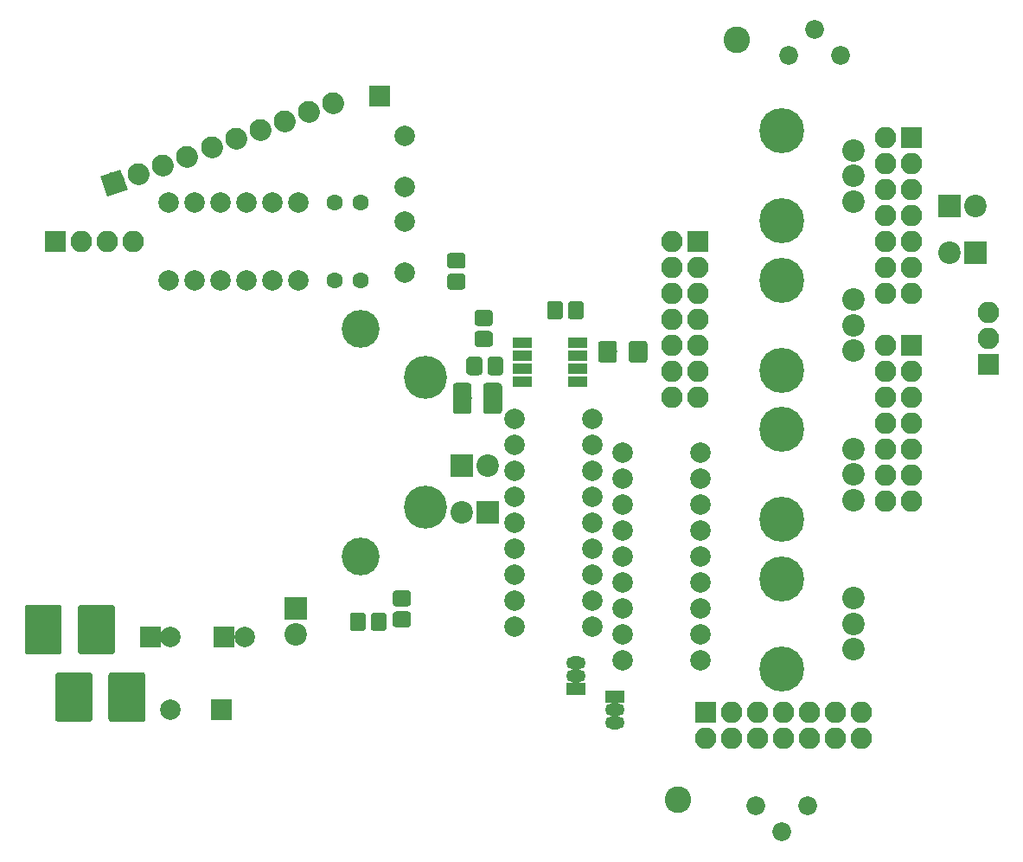
<source format=gbr>
G04 #@! TF.GenerationSoftware,KiCad,Pcbnew,(5.0.0)*
G04 #@! TF.CreationDate,2018-10-02T15:30:55-05:00*
G04 #@! TF.ProjectId,FinalDistCircuit,46696E616C4469737443697263756974,rev?*
G04 #@! TF.SameCoordinates,Original*
G04 #@! TF.FileFunction,Soldermask,Top*
G04 #@! TF.FilePolarity,Negative*
%FSLAX46Y46*%
G04 Gerber Fmt 4.6, Leading zero omitted, Abs format (unit mm)*
G04 Created by KiCad (PCBNEW (5.0.0)) date 10/02/18 15:30:55*
%MOMM*%
%LPD*%
G01*
G04 APERTURE LIST*
%ADD10C,4.400000*%
%ADD11C,2.200000*%
%ADD12R,2.000000X2.000000*%
%ADD13C,2.000000*%
%ADD14C,4.210000*%
%ADD15C,3.702000*%
%ADD16O,2.100000X2.100000*%
%ADD17R,2.100000X2.100000*%
%ADD18C,2.100000*%
%ADD19C,2.100000*%
%ADD20C,0.100000*%
%ADD21C,1.840000*%
%ADD22C,1.825000*%
%ADD23C,1.550000*%
%ADD24C,3.600000*%
%ADD25R,2.200000X2.200000*%
%ADD26O,1.900000X1.300000*%
%ADD27R,1.900000X1.300000*%
%ADD28C,1.600000*%
%ADD29R,1.950000X1.000000*%
%ADD30C,2.600000*%
G04 APERTURE END LIST*
D10*
G04 #@! TO.C,BASS*
X118730000Y-161930000D03*
X118730000Y-170730000D03*
D11*
X125730000Y-163830000D03*
X125730000Y-166330000D03*
X125730000Y-168830000D03*
G04 #@! TD*
D12*
G04 #@! TO.C,C10*
X63881000Y-174752000D03*
D13*
X58881000Y-174752000D03*
G04 #@! TD*
D14*
G04 #@! TO.C,9V1*
X83819999Y-154940000D03*
X83820000Y-142239999D03*
D15*
X77470000Y-137477500D03*
X77469999Y-159702500D03*
G04 #@! TD*
D16*
G04 #@! TO.C,Jack1*
X138938000Y-135890000D03*
X138938000Y-138430000D03*
D17*
X138938000Y-140970000D03*
G04 #@! TD*
D18*
G04 #@! TO.C,PickupInputs1*
X74821373Y-115371420D03*
D19*
X74821373Y-115371420D02*
X74821373Y-115371420D01*
D18*
X72434554Y-116240151D03*
D19*
X72434554Y-116240151D02*
X72434554Y-116240151D01*
D18*
X70047735Y-117108882D03*
D19*
X70047735Y-117108882D02*
X70047735Y-117108882D01*
D18*
X67660916Y-117977613D03*
D19*
X67660916Y-117977613D02*
X67660916Y-117977613D01*
D18*
X65274096Y-118846344D03*
D19*
X65274096Y-118846344D02*
X65274096Y-118846344D01*
D18*
X62887277Y-119715075D03*
D19*
X62887277Y-119715075D02*
X62887277Y-119715075D01*
D18*
X60500458Y-120583807D03*
D19*
X60500458Y-120583807D02*
X60500458Y-120583807D01*
D18*
X58113639Y-121452538D03*
D19*
X58113639Y-121452538D02*
X58113639Y-121452538D01*
D18*
X55726819Y-122321269D03*
D19*
X55726819Y-122321269D02*
X55726819Y-122321269D01*
D18*
X53340000Y-123190000D03*
D20*
G36*
X54685798Y-123817556D02*
X52712444Y-124535798D01*
X51994202Y-122562444D01*
X53967556Y-121844202D01*
X54685798Y-123817556D01*
X54685798Y-123817556D01*
G37*
G04 #@! TD*
D17*
G04 #@! TO.C,BridgeTonePot1*
X131445000Y-118745000D03*
D16*
X128905000Y-118745000D03*
X131445000Y-121285000D03*
X128905000Y-121285000D03*
X131445000Y-123825000D03*
X128905000Y-123825000D03*
X131445000Y-126365000D03*
X128905000Y-126365000D03*
X131445000Y-128905000D03*
X128905000Y-128905000D03*
X131445000Y-131445000D03*
X128905000Y-131445000D03*
X131445000Y-133985000D03*
X128905000Y-133985000D03*
G04 #@! TD*
G04 #@! TO.C,NeckTonePot1*
X128905000Y-154305000D03*
X131445000Y-154305000D03*
X128905000Y-151765000D03*
X131445000Y-151765000D03*
X128905000Y-149225000D03*
X131445000Y-149225000D03*
X128905000Y-146685000D03*
X131445000Y-146685000D03*
X128905000Y-144145000D03*
X131445000Y-144145000D03*
X128905000Y-141605000D03*
X131445000Y-141605000D03*
X128905000Y-139065000D03*
D17*
X131445000Y-139065000D03*
G04 #@! TD*
D13*
G04 #@! TO.C,6pdt2*
X110744000Y-169926000D03*
X103124000Y-169926000D03*
X110744000Y-167386000D03*
X103124000Y-167386000D03*
X110744000Y-164846000D03*
X103124000Y-164846000D03*
X110744000Y-162306000D03*
X103124000Y-162306000D03*
X110744000Y-159766000D03*
X103124000Y-159766000D03*
X110744000Y-157226000D03*
X103124000Y-157226000D03*
X110744000Y-154686000D03*
X103124000Y-154686000D03*
X110744000Y-152146000D03*
X103124000Y-152146000D03*
X110744000Y-149606000D03*
X103124000Y-149606000D03*
G04 #@! TD*
D21*
G04 #@! TO.C,TRANGAIN1*
X121285000Y-184150000D03*
X118745000Y-186690000D03*
X116205000Y-184150000D03*
G04 #@! TD*
D16*
G04 #@! TO.C,3WaySwitch1*
X55245000Y-128905000D03*
X52705000Y-128905000D03*
X50165000Y-128905000D03*
D17*
X47625000Y-128905000D03*
G04 #@! TD*
D13*
G04 #@! TO.C,4pdt1*
X58674000Y-132715000D03*
X61214000Y-132715000D03*
X63754000Y-132715000D03*
X66294000Y-132715000D03*
X68834000Y-132715000D03*
X71374000Y-132715000D03*
X71374000Y-125095000D03*
X68834000Y-125095000D03*
X66294000Y-125095000D03*
X63754000Y-125095000D03*
X61214000Y-125095000D03*
X58674000Y-125095000D03*
G04 #@! TD*
G04 #@! TO.C,6pdt1*
X92583000Y-146304000D03*
X100203000Y-146304000D03*
X92583000Y-148844000D03*
X100203000Y-148844000D03*
X92583000Y-151384000D03*
X100203000Y-151384000D03*
X92583000Y-153924000D03*
X100203000Y-153924000D03*
X92583000Y-156464000D03*
X100203000Y-156464000D03*
X92583000Y-159004000D03*
X100203000Y-159004000D03*
X92583000Y-161544000D03*
X100203000Y-161544000D03*
X92583000Y-164084000D03*
X100203000Y-164084000D03*
X92583000Y-166624000D03*
X100203000Y-166624000D03*
G04 #@! TD*
D16*
G04 #@! TO.C,BridgeVolPot1*
X107950000Y-144145000D03*
X110490000Y-144145000D03*
X107950000Y-141605000D03*
X110490000Y-141605000D03*
X107950000Y-139065000D03*
X110490000Y-139065000D03*
X107950000Y-136525000D03*
X110490000Y-136525000D03*
X107950000Y-133985000D03*
X110490000Y-133985000D03*
X107950000Y-131445000D03*
X110490000Y-131445000D03*
X107950000Y-128905000D03*
D17*
X110490000Y-128905000D03*
G04 #@! TD*
D20*
G04 #@! TO.C,C1*
G36*
X102296707Y-138626542D02*
X102327787Y-138631152D01*
X102358266Y-138638787D01*
X102387850Y-138649372D01*
X102416254Y-138662806D01*
X102443204Y-138678959D01*
X102468442Y-138697677D01*
X102491723Y-138718777D01*
X102512823Y-138742058D01*
X102531541Y-138767296D01*
X102547694Y-138794246D01*
X102561128Y-138822650D01*
X102571713Y-138852234D01*
X102579348Y-138882713D01*
X102583958Y-138913793D01*
X102585500Y-138945176D01*
X102585500Y-140454824D01*
X102583958Y-140486207D01*
X102579348Y-140517287D01*
X102571713Y-140547766D01*
X102561128Y-140577350D01*
X102547694Y-140605754D01*
X102531541Y-140632704D01*
X102512823Y-140657942D01*
X102491723Y-140681223D01*
X102468442Y-140702323D01*
X102443204Y-140721041D01*
X102416254Y-140737194D01*
X102387850Y-140750628D01*
X102358266Y-140761213D01*
X102327787Y-140768848D01*
X102296707Y-140773458D01*
X102265324Y-140775000D01*
X101080676Y-140775000D01*
X101049293Y-140773458D01*
X101018213Y-140768848D01*
X100987734Y-140761213D01*
X100958150Y-140750628D01*
X100929746Y-140737194D01*
X100902796Y-140721041D01*
X100877558Y-140702323D01*
X100854277Y-140681223D01*
X100833177Y-140657942D01*
X100814459Y-140632704D01*
X100798306Y-140605754D01*
X100784872Y-140577350D01*
X100774287Y-140547766D01*
X100766652Y-140517287D01*
X100762042Y-140486207D01*
X100760500Y-140454824D01*
X100760500Y-138945176D01*
X100762042Y-138913793D01*
X100766652Y-138882713D01*
X100774287Y-138852234D01*
X100784872Y-138822650D01*
X100798306Y-138794246D01*
X100814459Y-138767296D01*
X100833177Y-138742058D01*
X100854277Y-138718777D01*
X100877558Y-138697677D01*
X100902796Y-138678959D01*
X100929746Y-138662806D01*
X100958150Y-138649372D01*
X100987734Y-138638787D01*
X101018213Y-138631152D01*
X101049293Y-138626542D01*
X101080676Y-138625000D01*
X102265324Y-138625000D01*
X102296707Y-138626542D01*
X102296707Y-138626542D01*
G37*
D22*
X101673000Y-139700000D03*
D20*
G36*
X105271707Y-138626542D02*
X105302787Y-138631152D01*
X105333266Y-138638787D01*
X105362850Y-138649372D01*
X105391254Y-138662806D01*
X105418204Y-138678959D01*
X105443442Y-138697677D01*
X105466723Y-138718777D01*
X105487823Y-138742058D01*
X105506541Y-138767296D01*
X105522694Y-138794246D01*
X105536128Y-138822650D01*
X105546713Y-138852234D01*
X105554348Y-138882713D01*
X105558958Y-138913793D01*
X105560500Y-138945176D01*
X105560500Y-140454824D01*
X105558958Y-140486207D01*
X105554348Y-140517287D01*
X105546713Y-140547766D01*
X105536128Y-140577350D01*
X105522694Y-140605754D01*
X105506541Y-140632704D01*
X105487823Y-140657942D01*
X105466723Y-140681223D01*
X105443442Y-140702323D01*
X105418204Y-140721041D01*
X105391254Y-140737194D01*
X105362850Y-140750628D01*
X105333266Y-140761213D01*
X105302787Y-140768848D01*
X105271707Y-140773458D01*
X105240324Y-140775000D01*
X104055676Y-140775000D01*
X104024293Y-140773458D01*
X103993213Y-140768848D01*
X103962734Y-140761213D01*
X103933150Y-140750628D01*
X103904746Y-140737194D01*
X103877796Y-140721041D01*
X103852558Y-140702323D01*
X103829277Y-140681223D01*
X103808177Y-140657942D01*
X103789459Y-140632704D01*
X103773306Y-140605754D01*
X103759872Y-140577350D01*
X103749287Y-140547766D01*
X103741652Y-140517287D01*
X103737042Y-140486207D01*
X103735500Y-140454824D01*
X103735500Y-138945176D01*
X103737042Y-138913793D01*
X103741652Y-138882713D01*
X103749287Y-138852234D01*
X103759872Y-138822650D01*
X103773306Y-138794246D01*
X103789459Y-138767296D01*
X103808177Y-138742058D01*
X103829277Y-138718777D01*
X103852558Y-138697677D01*
X103877796Y-138678959D01*
X103904746Y-138662806D01*
X103933150Y-138649372D01*
X103962734Y-138638787D01*
X103993213Y-138631152D01*
X104024293Y-138626542D01*
X104055676Y-138625000D01*
X105240324Y-138625000D01*
X105271707Y-138626542D01*
X105271707Y-138626542D01*
G37*
D22*
X104648000Y-139700000D03*
G04 #@! TD*
D13*
G04 #@! TO.C,C2*
X81788000Y-118618000D03*
X81788000Y-123618000D03*
G04 #@! TD*
D20*
G04 #@! TO.C,C4*
G36*
X89099071Y-140198623D02*
X89131781Y-140203475D01*
X89163857Y-140211509D01*
X89194991Y-140222649D01*
X89224884Y-140236787D01*
X89253247Y-140253787D01*
X89279807Y-140273485D01*
X89304308Y-140295692D01*
X89326515Y-140320193D01*
X89346213Y-140346753D01*
X89363213Y-140375116D01*
X89377351Y-140405009D01*
X89388491Y-140436143D01*
X89396525Y-140468219D01*
X89401377Y-140500929D01*
X89403000Y-140533956D01*
X89403000Y-141660044D01*
X89401377Y-141693071D01*
X89396525Y-141725781D01*
X89388491Y-141757857D01*
X89377351Y-141788991D01*
X89363213Y-141818884D01*
X89346213Y-141847247D01*
X89326515Y-141873807D01*
X89304308Y-141898308D01*
X89279807Y-141920515D01*
X89253247Y-141940213D01*
X89224884Y-141957213D01*
X89194991Y-141971351D01*
X89163857Y-141982491D01*
X89131781Y-141990525D01*
X89099071Y-141995377D01*
X89066044Y-141997000D01*
X88189956Y-141997000D01*
X88156929Y-141995377D01*
X88124219Y-141990525D01*
X88092143Y-141982491D01*
X88061009Y-141971351D01*
X88031116Y-141957213D01*
X88002753Y-141940213D01*
X87976193Y-141920515D01*
X87951692Y-141898308D01*
X87929485Y-141873807D01*
X87909787Y-141847247D01*
X87892787Y-141818884D01*
X87878649Y-141788991D01*
X87867509Y-141757857D01*
X87859475Y-141725781D01*
X87854623Y-141693071D01*
X87853000Y-141660044D01*
X87853000Y-140533956D01*
X87854623Y-140500929D01*
X87859475Y-140468219D01*
X87867509Y-140436143D01*
X87878649Y-140405009D01*
X87892787Y-140375116D01*
X87909787Y-140346753D01*
X87929485Y-140320193D01*
X87951692Y-140295692D01*
X87976193Y-140273485D01*
X88002753Y-140253787D01*
X88031116Y-140236787D01*
X88061009Y-140222649D01*
X88092143Y-140211509D01*
X88124219Y-140203475D01*
X88156929Y-140198623D01*
X88189956Y-140197000D01*
X89066044Y-140197000D01*
X89099071Y-140198623D01*
X89099071Y-140198623D01*
G37*
D23*
X88628000Y-141097000D03*
D20*
G36*
X91149071Y-140198623D02*
X91181781Y-140203475D01*
X91213857Y-140211509D01*
X91244991Y-140222649D01*
X91274884Y-140236787D01*
X91303247Y-140253787D01*
X91329807Y-140273485D01*
X91354308Y-140295692D01*
X91376515Y-140320193D01*
X91396213Y-140346753D01*
X91413213Y-140375116D01*
X91427351Y-140405009D01*
X91438491Y-140436143D01*
X91446525Y-140468219D01*
X91451377Y-140500929D01*
X91453000Y-140533956D01*
X91453000Y-141660044D01*
X91451377Y-141693071D01*
X91446525Y-141725781D01*
X91438491Y-141757857D01*
X91427351Y-141788991D01*
X91413213Y-141818884D01*
X91396213Y-141847247D01*
X91376515Y-141873807D01*
X91354308Y-141898308D01*
X91329807Y-141920515D01*
X91303247Y-141940213D01*
X91274884Y-141957213D01*
X91244991Y-141971351D01*
X91213857Y-141982491D01*
X91181781Y-141990525D01*
X91149071Y-141995377D01*
X91116044Y-141997000D01*
X90239956Y-141997000D01*
X90206929Y-141995377D01*
X90174219Y-141990525D01*
X90142143Y-141982491D01*
X90111009Y-141971351D01*
X90081116Y-141957213D01*
X90052753Y-141940213D01*
X90026193Y-141920515D01*
X90001692Y-141898308D01*
X89979485Y-141873807D01*
X89959787Y-141847247D01*
X89942787Y-141818884D01*
X89928649Y-141788991D01*
X89917509Y-141757857D01*
X89909475Y-141725781D01*
X89904623Y-141693071D01*
X89903000Y-141660044D01*
X89903000Y-140533956D01*
X89904623Y-140500929D01*
X89909475Y-140468219D01*
X89917509Y-140436143D01*
X89928649Y-140405009D01*
X89942787Y-140375116D01*
X89959787Y-140346753D01*
X89979485Y-140320193D01*
X90001692Y-140295692D01*
X90026193Y-140273485D01*
X90052753Y-140253787D01*
X90081116Y-140236787D01*
X90111009Y-140222649D01*
X90142143Y-140211509D01*
X90174219Y-140203475D01*
X90206929Y-140198623D01*
X90239956Y-140197000D01*
X91116044Y-140197000D01*
X91149071Y-140198623D01*
X91149071Y-140198623D01*
G37*
D23*
X90678000Y-141097000D03*
G04 #@! TD*
D20*
G04 #@! TO.C,C5*
G36*
X91047707Y-142748542D02*
X91078787Y-142753152D01*
X91109266Y-142760787D01*
X91138850Y-142771372D01*
X91167254Y-142784806D01*
X91194204Y-142800959D01*
X91219442Y-142819677D01*
X91242723Y-142840777D01*
X91263823Y-142864058D01*
X91282541Y-142889296D01*
X91298694Y-142916246D01*
X91312128Y-142944650D01*
X91322713Y-142974234D01*
X91330348Y-143004713D01*
X91334958Y-143035793D01*
X91336500Y-143067176D01*
X91336500Y-145476824D01*
X91334958Y-145508207D01*
X91330348Y-145539287D01*
X91322713Y-145569766D01*
X91312128Y-145599350D01*
X91298694Y-145627754D01*
X91282541Y-145654704D01*
X91263823Y-145679942D01*
X91242723Y-145703223D01*
X91219442Y-145724323D01*
X91194204Y-145743041D01*
X91167254Y-145759194D01*
X91138850Y-145772628D01*
X91109266Y-145783213D01*
X91078787Y-145790848D01*
X91047707Y-145795458D01*
X91016324Y-145797000D01*
X89831676Y-145797000D01*
X89800293Y-145795458D01*
X89769213Y-145790848D01*
X89738734Y-145783213D01*
X89709150Y-145772628D01*
X89680746Y-145759194D01*
X89653796Y-145743041D01*
X89628558Y-145724323D01*
X89605277Y-145703223D01*
X89584177Y-145679942D01*
X89565459Y-145654704D01*
X89549306Y-145627754D01*
X89535872Y-145599350D01*
X89525287Y-145569766D01*
X89517652Y-145539287D01*
X89513042Y-145508207D01*
X89511500Y-145476824D01*
X89511500Y-143067176D01*
X89513042Y-143035793D01*
X89517652Y-143004713D01*
X89525287Y-142974234D01*
X89535872Y-142944650D01*
X89549306Y-142916246D01*
X89565459Y-142889296D01*
X89584177Y-142864058D01*
X89605277Y-142840777D01*
X89628558Y-142819677D01*
X89653796Y-142800959D01*
X89680746Y-142784806D01*
X89709150Y-142771372D01*
X89738734Y-142760787D01*
X89769213Y-142753152D01*
X89800293Y-142748542D01*
X89831676Y-142747000D01*
X91016324Y-142747000D01*
X91047707Y-142748542D01*
X91047707Y-142748542D01*
G37*
D22*
X90424000Y-144272000D03*
D20*
G36*
X88072707Y-142748542D02*
X88103787Y-142753152D01*
X88134266Y-142760787D01*
X88163850Y-142771372D01*
X88192254Y-142784806D01*
X88219204Y-142800959D01*
X88244442Y-142819677D01*
X88267723Y-142840777D01*
X88288823Y-142864058D01*
X88307541Y-142889296D01*
X88323694Y-142916246D01*
X88337128Y-142944650D01*
X88347713Y-142974234D01*
X88355348Y-143004713D01*
X88359958Y-143035793D01*
X88361500Y-143067176D01*
X88361500Y-145476824D01*
X88359958Y-145508207D01*
X88355348Y-145539287D01*
X88347713Y-145569766D01*
X88337128Y-145599350D01*
X88323694Y-145627754D01*
X88307541Y-145654704D01*
X88288823Y-145679942D01*
X88267723Y-145703223D01*
X88244442Y-145724323D01*
X88219204Y-145743041D01*
X88192254Y-145759194D01*
X88163850Y-145772628D01*
X88134266Y-145783213D01*
X88103787Y-145790848D01*
X88072707Y-145795458D01*
X88041324Y-145797000D01*
X86856676Y-145797000D01*
X86825293Y-145795458D01*
X86794213Y-145790848D01*
X86763734Y-145783213D01*
X86734150Y-145772628D01*
X86705746Y-145759194D01*
X86678796Y-145743041D01*
X86653558Y-145724323D01*
X86630277Y-145703223D01*
X86609177Y-145679942D01*
X86590459Y-145654704D01*
X86574306Y-145627754D01*
X86560872Y-145599350D01*
X86550287Y-145569766D01*
X86542652Y-145539287D01*
X86538042Y-145508207D01*
X86536500Y-145476824D01*
X86536500Y-143067176D01*
X86538042Y-143035793D01*
X86542652Y-143004713D01*
X86550287Y-142974234D01*
X86560872Y-142944650D01*
X86574306Y-142916246D01*
X86590459Y-142889296D01*
X86609177Y-142864058D01*
X86630277Y-142840777D01*
X86653558Y-142819677D01*
X86678796Y-142800959D01*
X86705746Y-142784806D01*
X86734150Y-142771372D01*
X86763734Y-142760787D01*
X86794213Y-142753152D01*
X86825293Y-142748542D01*
X86856676Y-142747000D01*
X88041324Y-142747000D01*
X88072707Y-142748542D01*
X88072707Y-142748542D01*
G37*
D22*
X87449000Y-144272000D03*
G04 #@! TD*
D13*
G04 #@! TO.C,C6*
X81788000Y-132000000D03*
X81788000Y-127000000D03*
G04 #@! TD*
D12*
G04 #@! TO.C,C14*
X64135000Y-167640000D03*
D13*
X66135000Y-167640000D03*
G04 #@! TD*
D20*
G04 #@! TO.C,C18*
G36*
X47968317Y-164454354D02*
X47995619Y-164458404D01*
X48022393Y-164465111D01*
X48048380Y-164474409D01*
X48073330Y-164486210D01*
X48097004Y-164500399D01*
X48119173Y-164516841D01*
X48139624Y-164535376D01*
X48158159Y-164555827D01*
X48174601Y-164577996D01*
X48188790Y-164601670D01*
X48200591Y-164626620D01*
X48209889Y-164652607D01*
X48216596Y-164679381D01*
X48220646Y-164706683D01*
X48222000Y-164734250D01*
X48222000Y-169021750D01*
X48220646Y-169049317D01*
X48216596Y-169076619D01*
X48209889Y-169103393D01*
X48200591Y-169129380D01*
X48188790Y-169154330D01*
X48174601Y-169178004D01*
X48158159Y-169200173D01*
X48139624Y-169220624D01*
X48119173Y-169239159D01*
X48097004Y-169255601D01*
X48073330Y-169269790D01*
X48048380Y-169281591D01*
X48022393Y-169290889D01*
X47995619Y-169297596D01*
X47968317Y-169301646D01*
X47940750Y-169303000D01*
X44903250Y-169303000D01*
X44875683Y-169301646D01*
X44848381Y-169297596D01*
X44821607Y-169290889D01*
X44795620Y-169281591D01*
X44770670Y-169269790D01*
X44746996Y-169255601D01*
X44724827Y-169239159D01*
X44704376Y-169220624D01*
X44685841Y-169200173D01*
X44669399Y-169178004D01*
X44655210Y-169154330D01*
X44643409Y-169129380D01*
X44634111Y-169103393D01*
X44627404Y-169076619D01*
X44623354Y-169049317D01*
X44622000Y-169021750D01*
X44622000Y-164734250D01*
X44623354Y-164706683D01*
X44627404Y-164679381D01*
X44634111Y-164652607D01*
X44643409Y-164626620D01*
X44655210Y-164601670D01*
X44669399Y-164577996D01*
X44685841Y-164555827D01*
X44704376Y-164535376D01*
X44724827Y-164516841D01*
X44746996Y-164500399D01*
X44770670Y-164486210D01*
X44795620Y-164474409D01*
X44821607Y-164465111D01*
X44848381Y-164458404D01*
X44875683Y-164454354D01*
X44903250Y-164453000D01*
X47940750Y-164453000D01*
X47968317Y-164454354D01*
X47968317Y-164454354D01*
G37*
D24*
X46422000Y-166878000D03*
D20*
G36*
X53168317Y-164454354D02*
X53195619Y-164458404D01*
X53222393Y-164465111D01*
X53248380Y-164474409D01*
X53273330Y-164486210D01*
X53297004Y-164500399D01*
X53319173Y-164516841D01*
X53339624Y-164535376D01*
X53358159Y-164555827D01*
X53374601Y-164577996D01*
X53388790Y-164601670D01*
X53400591Y-164626620D01*
X53409889Y-164652607D01*
X53416596Y-164679381D01*
X53420646Y-164706683D01*
X53422000Y-164734250D01*
X53422000Y-169021750D01*
X53420646Y-169049317D01*
X53416596Y-169076619D01*
X53409889Y-169103393D01*
X53400591Y-169129380D01*
X53388790Y-169154330D01*
X53374601Y-169178004D01*
X53358159Y-169200173D01*
X53339624Y-169220624D01*
X53319173Y-169239159D01*
X53297004Y-169255601D01*
X53273330Y-169269790D01*
X53248380Y-169281591D01*
X53222393Y-169290889D01*
X53195619Y-169297596D01*
X53168317Y-169301646D01*
X53140750Y-169303000D01*
X50103250Y-169303000D01*
X50075683Y-169301646D01*
X50048381Y-169297596D01*
X50021607Y-169290889D01*
X49995620Y-169281591D01*
X49970670Y-169269790D01*
X49946996Y-169255601D01*
X49924827Y-169239159D01*
X49904376Y-169220624D01*
X49885841Y-169200173D01*
X49869399Y-169178004D01*
X49855210Y-169154330D01*
X49843409Y-169129380D01*
X49834111Y-169103393D01*
X49827404Y-169076619D01*
X49823354Y-169049317D01*
X49822000Y-169021750D01*
X49822000Y-164734250D01*
X49823354Y-164706683D01*
X49827404Y-164679381D01*
X49834111Y-164652607D01*
X49843409Y-164626620D01*
X49855210Y-164601670D01*
X49869399Y-164577996D01*
X49885841Y-164555827D01*
X49904376Y-164535376D01*
X49924827Y-164516841D01*
X49946996Y-164500399D01*
X49970670Y-164486210D01*
X49995620Y-164474409D01*
X50021607Y-164465111D01*
X50048381Y-164458404D01*
X50075683Y-164454354D01*
X50103250Y-164453000D01*
X53140750Y-164453000D01*
X53168317Y-164454354D01*
X53168317Y-164454354D01*
G37*
D24*
X51622000Y-166878000D03*
G04 #@! TD*
D13*
G04 #@! TO.C,C19*
X58896000Y-167640000D03*
D12*
X56896000Y-167640000D03*
G04 #@! TD*
D20*
G04 #@! TO.C,C22*
G36*
X82130071Y-163056623D02*
X82162781Y-163061475D01*
X82194857Y-163069509D01*
X82225991Y-163080649D01*
X82255884Y-163094787D01*
X82284247Y-163111787D01*
X82310807Y-163131485D01*
X82335308Y-163153692D01*
X82357515Y-163178193D01*
X82377213Y-163204753D01*
X82394213Y-163233116D01*
X82408351Y-163263009D01*
X82419491Y-163294143D01*
X82427525Y-163326219D01*
X82432377Y-163358929D01*
X82434000Y-163391956D01*
X82434000Y-164268044D01*
X82432377Y-164301071D01*
X82427525Y-164333781D01*
X82419491Y-164365857D01*
X82408351Y-164396991D01*
X82394213Y-164426884D01*
X82377213Y-164455247D01*
X82357515Y-164481807D01*
X82335308Y-164506308D01*
X82310807Y-164528515D01*
X82284247Y-164548213D01*
X82255884Y-164565213D01*
X82225991Y-164579351D01*
X82194857Y-164590491D01*
X82162781Y-164598525D01*
X82130071Y-164603377D01*
X82097044Y-164605000D01*
X80970956Y-164605000D01*
X80937929Y-164603377D01*
X80905219Y-164598525D01*
X80873143Y-164590491D01*
X80842009Y-164579351D01*
X80812116Y-164565213D01*
X80783753Y-164548213D01*
X80757193Y-164528515D01*
X80732692Y-164506308D01*
X80710485Y-164481807D01*
X80690787Y-164455247D01*
X80673787Y-164426884D01*
X80659649Y-164396991D01*
X80648509Y-164365857D01*
X80640475Y-164333781D01*
X80635623Y-164301071D01*
X80634000Y-164268044D01*
X80634000Y-163391956D01*
X80635623Y-163358929D01*
X80640475Y-163326219D01*
X80648509Y-163294143D01*
X80659649Y-163263009D01*
X80673787Y-163233116D01*
X80690787Y-163204753D01*
X80710485Y-163178193D01*
X80732692Y-163153692D01*
X80757193Y-163131485D01*
X80783753Y-163111787D01*
X80812116Y-163094787D01*
X80842009Y-163080649D01*
X80873143Y-163069509D01*
X80905219Y-163061475D01*
X80937929Y-163056623D01*
X80970956Y-163055000D01*
X82097044Y-163055000D01*
X82130071Y-163056623D01*
X82130071Y-163056623D01*
G37*
D23*
X81534000Y-163830000D03*
D20*
G36*
X82130071Y-165106623D02*
X82162781Y-165111475D01*
X82194857Y-165119509D01*
X82225991Y-165130649D01*
X82255884Y-165144787D01*
X82284247Y-165161787D01*
X82310807Y-165181485D01*
X82335308Y-165203692D01*
X82357515Y-165228193D01*
X82377213Y-165254753D01*
X82394213Y-165283116D01*
X82408351Y-165313009D01*
X82419491Y-165344143D01*
X82427525Y-165376219D01*
X82432377Y-165408929D01*
X82434000Y-165441956D01*
X82434000Y-166318044D01*
X82432377Y-166351071D01*
X82427525Y-166383781D01*
X82419491Y-166415857D01*
X82408351Y-166446991D01*
X82394213Y-166476884D01*
X82377213Y-166505247D01*
X82357515Y-166531807D01*
X82335308Y-166556308D01*
X82310807Y-166578515D01*
X82284247Y-166598213D01*
X82255884Y-166615213D01*
X82225991Y-166629351D01*
X82194857Y-166640491D01*
X82162781Y-166648525D01*
X82130071Y-166653377D01*
X82097044Y-166655000D01*
X80970956Y-166655000D01*
X80937929Y-166653377D01*
X80905219Y-166648525D01*
X80873143Y-166640491D01*
X80842009Y-166629351D01*
X80812116Y-166615213D01*
X80783753Y-166598213D01*
X80757193Y-166578515D01*
X80732692Y-166556308D01*
X80710485Y-166531807D01*
X80690787Y-166505247D01*
X80673787Y-166476884D01*
X80659649Y-166446991D01*
X80648509Y-166415857D01*
X80640475Y-166383781D01*
X80635623Y-166351071D01*
X80634000Y-166318044D01*
X80634000Y-165441956D01*
X80635623Y-165408929D01*
X80640475Y-165376219D01*
X80648509Y-165344143D01*
X80659649Y-165313009D01*
X80673787Y-165283116D01*
X80690787Y-165254753D01*
X80710485Y-165228193D01*
X80732692Y-165203692D01*
X80757193Y-165181485D01*
X80783753Y-165161787D01*
X80812116Y-165144787D01*
X80842009Y-165130649D01*
X80873143Y-165119509D01*
X80905219Y-165111475D01*
X80937929Y-165106623D01*
X80970956Y-165105000D01*
X82097044Y-165105000D01*
X82130071Y-165106623D01*
X82130071Y-165106623D01*
G37*
D23*
X81534000Y-165880000D03*
G04 #@! TD*
D20*
G04 #@! TO.C,C23*
G36*
X56156317Y-171058354D02*
X56183619Y-171062404D01*
X56210393Y-171069111D01*
X56236380Y-171078409D01*
X56261330Y-171090210D01*
X56285004Y-171104399D01*
X56307173Y-171120841D01*
X56327624Y-171139376D01*
X56346159Y-171159827D01*
X56362601Y-171181996D01*
X56376790Y-171205670D01*
X56388591Y-171230620D01*
X56397889Y-171256607D01*
X56404596Y-171283381D01*
X56408646Y-171310683D01*
X56410000Y-171338250D01*
X56410000Y-175625750D01*
X56408646Y-175653317D01*
X56404596Y-175680619D01*
X56397889Y-175707393D01*
X56388591Y-175733380D01*
X56376790Y-175758330D01*
X56362601Y-175782004D01*
X56346159Y-175804173D01*
X56327624Y-175824624D01*
X56307173Y-175843159D01*
X56285004Y-175859601D01*
X56261330Y-175873790D01*
X56236380Y-175885591D01*
X56210393Y-175894889D01*
X56183619Y-175901596D01*
X56156317Y-175905646D01*
X56128750Y-175907000D01*
X53091250Y-175907000D01*
X53063683Y-175905646D01*
X53036381Y-175901596D01*
X53009607Y-175894889D01*
X52983620Y-175885591D01*
X52958670Y-175873790D01*
X52934996Y-175859601D01*
X52912827Y-175843159D01*
X52892376Y-175824624D01*
X52873841Y-175804173D01*
X52857399Y-175782004D01*
X52843210Y-175758330D01*
X52831409Y-175733380D01*
X52822111Y-175707393D01*
X52815404Y-175680619D01*
X52811354Y-175653317D01*
X52810000Y-175625750D01*
X52810000Y-171338250D01*
X52811354Y-171310683D01*
X52815404Y-171283381D01*
X52822111Y-171256607D01*
X52831409Y-171230620D01*
X52843210Y-171205670D01*
X52857399Y-171181996D01*
X52873841Y-171159827D01*
X52892376Y-171139376D01*
X52912827Y-171120841D01*
X52934996Y-171104399D01*
X52958670Y-171090210D01*
X52983620Y-171078409D01*
X53009607Y-171069111D01*
X53036381Y-171062404D01*
X53063683Y-171058354D01*
X53091250Y-171057000D01*
X56128750Y-171057000D01*
X56156317Y-171058354D01*
X56156317Y-171058354D01*
G37*
D24*
X54610000Y-173482000D03*
D20*
G36*
X50956317Y-171058354D02*
X50983619Y-171062404D01*
X51010393Y-171069111D01*
X51036380Y-171078409D01*
X51061330Y-171090210D01*
X51085004Y-171104399D01*
X51107173Y-171120841D01*
X51127624Y-171139376D01*
X51146159Y-171159827D01*
X51162601Y-171181996D01*
X51176790Y-171205670D01*
X51188591Y-171230620D01*
X51197889Y-171256607D01*
X51204596Y-171283381D01*
X51208646Y-171310683D01*
X51210000Y-171338250D01*
X51210000Y-175625750D01*
X51208646Y-175653317D01*
X51204596Y-175680619D01*
X51197889Y-175707393D01*
X51188591Y-175733380D01*
X51176790Y-175758330D01*
X51162601Y-175782004D01*
X51146159Y-175804173D01*
X51127624Y-175824624D01*
X51107173Y-175843159D01*
X51085004Y-175859601D01*
X51061330Y-175873790D01*
X51036380Y-175885591D01*
X51010393Y-175894889D01*
X50983619Y-175901596D01*
X50956317Y-175905646D01*
X50928750Y-175907000D01*
X47891250Y-175907000D01*
X47863683Y-175905646D01*
X47836381Y-175901596D01*
X47809607Y-175894889D01*
X47783620Y-175885591D01*
X47758670Y-175873790D01*
X47734996Y-175859601D01*
X47712827Y-175843159D01*
X47692376Y-175824624D01*
X47673841Y-175804173D01*
X47657399Y-175782004D01*
X47643210Y-175758330D01*
X47631409Y-175733380D01*
X47622111Y-175707393D01*
X47615404Y-175680619D01*
X47611354Y-175653317D01*
X47610000Y-175625750D01*
X47610000Y-171338250D01*
X47611354Y-171310683D01*
X47615404Y-171283381D01*
X47622111Y-171256607D01*
X47631409Y-171230620D01*
X47643210Y-171205670D01*
X47657399Y-171181996D01*
X47673841Y-171159827D01*
X47692376Y-171139376D01*
X47712827Y-171120841D01*
X47734996Y-171104399D01*
X47758670Y-171090210D01*
X47783620Y-171078409D01*
X47809607Y-171069111D01*
X47836381Y-171062404D01*
X47863683Y-171058354D01*
X47891250Y-171057000D01*
X50928750Y-171057000D01*
X50956317Y-171058354D01*
X50956317Y-171058354D01*
G37*
D24*
X49410000Y-173482000D03*
G04 #@! TD*
D25*
G04 #@! TO.C,D1*
X87376000Y-150876000D03*
D11*
X89916000Y-150876000D03*
G04 #@! TD*
G04 #@! TO.C,D2*
X87376000Y-155448000D03*
D25*
X89916000Y-155448000D03*
G04 #@! TD*
G04 #@! TO.C,D3*
X71120000Y-164846000D03*
D11*
X71120000Y-167386000D03*
G04 #@! TD*
D25*
G04 #@! TO.C,D4*
X135128000Y-125476000D03*
D11*
X137668000Y-125476000D03*
G04 #@! TD*
G04 #@! TO.C,D5*
X135128000Y-130048000D03*
D25*
X137668000Y-130048000D03*
G04 #@! TD*
D17*
G04 #@! TO.C,GROUNDBRIDGE1*
X79375000Y-114681000D03*
G04 #@! TD*
G04 #@! TO.C,NeckVolumePot1*
X111252000Y-175006000D03*
D16*
X111252000Y-177546000D03*
X113792000Y-175006000D03*
X113792000Y-177546000D03*
X116332000Y-175006000D03*
X116332000Y-177546000D03*
X118872000Y-175006000D03*
X118872000Y-177546000D03*
X121412000Y-175006000D03*
X121412000Y-177546000D03*
X123952000Y-175006000D03*
X123952000Y-177546000D03*
X126492000Y-175006000D03*
X126492000Y-177546000D03*
G04 #@! TD*
D26*
G04 #@! TO.C,Q1*
X98552000Y-171450000D03*
X98552000Y-170180000D03*
D27*
X98552000Y-172720000D03*
G04 #@! TD*
G04 #@! TO.C,Q2*
X102362000Y-173482000D03*
D26*
X102362000Y-176022000D03*
X102362000Y-174752000D03*
G04 #@! TD*
D20*
G04 #@! TO.C,R3*
G36*
X99041071Y-134737623D02*
X99073781Y-134742475D01*
X99105857Y-134750509D01*
X99136991Y-134761649D01*
X99166884Y-134775787D01*
X99195247Y-134792787D01*
X99221807Y-134812485D01*
X99246308Y-134834692D01*
X99268515Y-134859193D01*
X99288213Y-134885753D01*
X99305213Y-134914116D01*
X99319351Y-134944009D01*
X99330491Y-134975143D01*
X99338525Y-135007219D01*
X99343377Y-135039929D01*
X99345000Y-135072956D01*
X99345000Y-136199044D01*
X99343377Y-136232071D01*
X99338525Y-136264781D01*
X99330491Y-136296857D01*
X99319351Y-136327991D01*
X99305213Y-136357884D01*
X99288213Y-136386247D01*
X99268515Y-136412807D01*
X99246308Y-136437308D01*
X99221807Y-136459515D01*
X99195247Y-136479213D01*
X99166884Y-136496213D01*
X99136991Y-136510351D01*
X99105857Y-136521491D01*
X99073781Y-136529525D01*
X99041071Y-136534377D01*
X99008044Y-136536000D01*
X98131956Y-136536000D01*
X98098929Y-136534377D01*
X98066219Y-136529525D01*
X98034143Y-136521491D01*
X98003009Y-136510351D01*
X97973116Y-136496213D01*
X97944753Y-136479213D01*
X97918193Y-136459515D01*
X97893692Y-136437308D01*
X97871485Y-136412807D01*
X97851787Y-136386247D01*
X97834787Y-136357884D01*
X97820649Y-136327991D01*
X97809509Y-136296857D01*
X97801475Y-136264781D01*
X97796623Y-136232071D01*
X97795000Y-136199044D01*
X97795000Y-135072956D01*
X97796623Y-135039929D01*
X97801475Y-135007219D01*
X97809509Y-134975143D01*
X97820649Y-134944009D01*
X97834787Y-134914116D01*
X97851787Y-134885753D01*
X97871485Y-134859193D01*
X97893692Y-134834692D01*
X97918193Y-134812485D01*
X97944753Y-134792787D01*
X97973116Y-134775787D01*
X98003009Y-134761649D01*
X98034143Y-134750509D01*
X98066219Y-134742475D01*
X98098929Y-134737623D01*
X98131956Y-134736000D01*
X99008044Y-134736000D01*
X99041071Y-134737623D01*
X99041071Y-134737623D01*
G37*
D23*
X98570000Y-135636000D03*
D20*
G36*
X96991071Y-134737623D02*
X97023781Y-134742475D01*
X97055857Y-134750509D01*
X97086991Y-134761649D01*
X97116884Y-134775787D01*
X97145247Y-134792787D01*
X97171807Y-134812485D01*
X97196308Y-134834692D01*
X97218515Y-134859193D01*
X97238213Y-134885753D01*
X97255213Y-134914116D01*
X97269351Y-134944009D01*
X97280491Y-134975143D01*
X97288525Y-135007219D01*
X97293377Y-135039929D01*
X97295000Y-135072956D01*
X97295000Y-136199044D01*
X97293377Y-136232071D01*
X97288525Y-136264781D01*
X97280491Y-136296857D01*
X97269351Y-136327991D01*
X97255213Y-136357884D01*
X97238213Y-136386247D01*
X97218515Y-136412807D01*
X97196308Y-136437308D01*
X97171807Y-136459515D01*
X97145247Y-136479213D01*
X97116884Y-136496213D01*
X97086991Y-136510351D01*
X97055857Y-136521491D01*
X97023781Y-136529525D01*
X96991071Y-136534377D01*
X96958044Y-136536000D01*
X96081956Y-136536000D01*
X96048929Y-136534377D01*
X96016219Y-136529525D01*
X95984143Y-136521491D01*
X95953009Y-136510351D01*
X95923116Y-136496213D01*
X95894753Y-136479213D01*
X95868193Y-136459515D01*
X95843692Y-136437308D01*
X95821485Y-136412807D01*
X95801787Y-136386247D01*
X95784787Y-136357884D01*
X95770649Y-136327991D01*
X95759509Y-136296857D01*
X95751475Y-136264781D01*
X95746623Y-136232071D01*
X95745000Y-136199044D01*
X95745000Y-135072956D01*
X95746623Y-135039929D01*
X95751475Y-135007219D01*
X95759509Y-134975143D01*
X95770649Y-134944009D01*
X95784787Y-134914116D01*
X95801787Y-134885753D01*
X95821485Y-134859193D01*
X95843692Y-134834692D01*
X95868193Y-134812485D01*
X95894753Y-134792787D01*
X95923116Y-134775787D01*
X95953009Y-134761649D01*
X95984143Y-134750509D01*
X96016219Y-134742475D01*
X96048929Y-134737623D01*
X96081956Y-134736000D01*
X96958044Y-134736000D01*
X96991071Y-134737623D01*
X96991071Y-134737623D01*
G37*
D23*
X96520000Y-135636000D03*
G04 #@! TD*
D20*
G04 #@! TO.C,R7*
G36*
X90131071Y-137674623D02*
X90163781Y-137679475D01*
X90195857Y-137687509D01*
X90226991Y-137698649D01*
X90256884Y-137712787D01*
X90285247Y-137729787D01*
X90311807Y-137749485D01*
X90336308Y-137771692D01*
X90358515Y-137796193D01*
X90378213Y-137822753D01*
X90395213Y-137851116D01*
X90409351Y-137881009D01*
X90420491Y-137912143D01*
X90428525Y-137944219D01*
X90433377Y-137976929D01*
X90435000Y-138009956D01*
X90435000Y-138886044D01*
X90433377Y-138919071D01*
X90428525Y-138951781D01*
X90420491Y-138983857D01*
X90409351Y-139014991D01*
X90395213Y-139044884D01*
X90378213Y-139073247D01*
X90358515Y-139099807D01*
X90336308Y-139124308D01*
X90311807Y-139146515D01*
X90285247Y-139166213D01*
X90256884Y-139183213D01*
X90226991Y-139197351D01*
X90195857Y-139208491D01*
X90163781Y-139216525D01*
X90131071Y-139221377D01*
X90098044Y-139223000D01*
X88971956Y-139223000D01*
X88938929Y-139221377D01*
X88906219Y-139216525D01*
X88874143Y-139208491D01*
X88843009Y-139197351D01*
X88813116Y-139183213D01*
X88784753Y-139166213D01*
X88758193Y-139146515D01*
X88733692Y-139124308D01*
X88711485Y-139099807D01*
X88691787Y-139073247D01*
X88674787Y-139044884D01*
X88660649Y-139014991D01*
X88649509Y-138983857D01*
X88641475Y-138951781D01*
X88636623Y-138919071D01*
X88635000Y-138886044D01*
X88635000Y-138009956D01*
X88636623Y-137976929D01*
X88641475Y-137944219D01*
X88649509Y-137912143D01*
X88660649Y-137881009D01*
X88674787Y-137851116D01*
X88691787Y-137822753D01*
X88711485Y-137796193D01*
X88733692Y-137771692D01*
X88758193Y-137749485D01*
X88784753Y-137729787D01*
X88813116Y-137712787D01*
X88843009Y-137698649D01*
X88874143Y-137687509D01*
X88906219Y-137679475D01*
X88938929Y-137674623D01*
X88971956Y-137673000D01*
X90098044Y-137673000D01*
X90131071Y-137674623D01*
X90131071Y-137674623D01*
G37*
D23*
X89535000Y-138448000D03*
D20*
G36*
X90131071Y-135624623D02*
X90163781Y-135629475D01*
X90195857Y-135637509D01*
X90226991Y-135648649D01*
X90256884Y-135662787D01*
X90285247Y-135679787D01*
X90311807Y-135699485D01*
X90336308Y-135721692D01*
X90358515Y-135746193D01*
X90378213Y-135772753D01*
X90395213Y-135801116D01*
X90409351Y-135831009D01*
X90420491Y-135862143D01*
X90428525Y-135894219D01*
X90433377Y-135926929D01*
X90435000Y-135959956D01*
X90435000Y-136836044D01*
X90433377Y-136869071D01*
X90428525Y-136901781D01*
X90420491Y-136933857D01*
X90409351Y-136964991D01*
X90395213Y-136994884D01*
X90378213Y-137023247D01*
X90358515Y-137049807D01*
X90336308Y-137074308D01*
X90311807Y-137096515D01*
X90285247Y-137116213D01*
X90256884Y-137133213D01*
X90226991Y-137147351D01*
X90195857Y-137158491D01*
X90163781Y-137166525D01*
X90131071Y-137171377D01*
X90098044Y-137173000D01*
X88971956Y-137173000D01*
X88938929Y-137171377D01*
X88906219Y-137166525D01*
X88874143Y-137158491D01*
X88843009Y-137147351D01*
X88813116Y-137133213D01*
X88784753Y-137116213D01*
X88758193Y-137096515D01*
X88733692Y-137074308D01*
X88711485Y-137049807D01*
X88691787Y-137023247D01*
X88674787Y-136994884D01*
X88660649Y-136964991D01*
X88649509Y-136933857D01*
X88641475Y-136901781D01*
X88636623Y-136869071D01*
X88635000Y-136836044D01*
X88635000Y-135959956D01*
X88636623Y-135926929D01*
X88641475Y-135894219D01*
X88649509Y-135862143D01*
X88660649Y-135831009D01*
X88674787Y-135801116D01*
X88691787Y-135772753D01*
X88711485Y-135746193D01*
X88733692Y-135721692D01*
X88758193Y-135699485D01*
X88784753Y-135679787D01*
X88813116Y-135662787D01*
X88843009Y-135648649D01*
X88874143Y-135637509D01*
X88906219Y-135629475D01*
X88938929Y-135624623D01*
X88971956Y-135623000D01*
X90098044Y-135623000D01*
X90131071Y-135624623D01*
X90131071Y-135624623D01*
G37*
D23*
X89535000Y-136398000D03*
G04 #@! TD*
D20*
G04 #@! TO.C,R9*
G36*
X87464071Y-130018623D02*
X87496781Y-130023475D01*
X87528857Y-130031509D01*
X87559991Y-130042649D01*
X87589884Y-130056787D01*
X87618247Y-130073787D01*
X87644807Y-130093485D01*
X87669308Y-130115692D01*
X87691515Y-130140193D01*
X87711213Y-130166753D01*
X87728213Y-130195116D01*
X87742351Y-130225009D01*
X87753491Y-130256143D01*
X87761525Y-130288219D01*
X87766377Y-130320929D01*
X87768000Y-130353956D01*
X87768000Y-131230044D01*
X87766377Y-131263071D01*
X87761525Y-131295781D01*
X87753491Y-131327857D01*
X87742351Y-131358991D01*
X87728213Y-131388884D01*
X87711213Y-131417247D01*
X87691515Y-131443807D01*
X87669308Y-131468308D01*
X87644807Y-131490515D01*
X87618247Y-131510213D01*
X87589884Y-131527213D01*
X87559991Y-131541351D01*
X87528857Y-131552491D01*
X87496781Y-131560525D01*
X87464071Y-131565377D01*
X87431044Y-131567000D01*
X86304956Y-131567000D01*
X86271929Y-131565377D01*
X86239219Y-131560525D01*
X86207143Y-131552491D01*
X86176009Y-131541351D01*
X86146116Y-131527213D01*
X86117753Y-131510213D01*
X86091193Y-131490515D01*
X86066692Y-131468308D01*
X86044485Y-131443807D01*
X86024787Y-131417247D01*
X86007787Y-131388884D01*
X85993649Y-131358991D01*
X85982509Y-131327857D01*
X85974475Y-131295781D01*
X85969623Y-131263071D01*
X85968000Y-131230044D01*
X85968000Y-130353956D01*
X85969623Y-130320929D01*
X85974475Y-130288219D01*
X85982509Y-130256143D01*
X85993649Y-130225009D01*
X86007787Y-130195116D01*
X86024787Y-130166753D01*
X86044485Y-130140193D01*
X86066692Y-130115692D01*
X86091193Y-130093485D01*
X86117753Y-130073787D01*
X86146116Y-130056787D01*
X86176009Y-130042649D01*
X86207143Y-130031509D01*
X86239219Y-130023475D01*
X86271929Y-130018623D01*
X86304956Y-130017000D01*
X87431044Y-130017000D01*
X87464071Y-130018623D01*
X87464071Y-130018623D01*
G37*
D23*
X86868000Y-130792000D03*
D20*
G36*
X87464071Y-132068623D02*
X87496781Y-132073475D01*
X87528857Y-132081509D01*
X87559991Y-132092649D01*
X87589884Y-132106787D01*
X87618247Y-132123787D01*
X87644807Y-132143485D01*
X87669308Y-132165692D01*
X87691515Y-132190193D01*
X87711213Y-132216753D01*
X87728213Y-132245116D01*
X87742351Y-132275009D01*
X87753491Y-132306143D01*
X87761525Y-132338219D01*
X87766377Y-132370929D01*
X87768000Y-132403956D01*
X87768000Y-133280044D01*
X87766377Y-133313071D01*
X87761525Y-133345781D01*
X87753491Y-133377857D01*
X87742351Y-133408991D01*
X87728213Y-133438884D01*
X87711213Y-133467247D01*
X87691515Y-133493807D01*
X87669308Y-133518308D01*
X87644807Y-133540515D01*
X87618247Y-133560213D01*
X87589884Y-133577213D01*
X87559991Y-133591351D01*
X87528857Y-133602491D01*
X87496781Y-133610525D01*
X87464071Y-133615377D01*
X87431044Y-133617000D01*
X86304956Y-133617000D01*
X86271929Y-133615377D01*
X86239219Y-133610525D01*
X86207143Y-133602491D01*
X86176009Y-133591351D01*
X86146116Y-133577213D01*
X86117753Y-133560213D01*
X86091193Y-133540515D01*
X86066692Y-133518308D01*
X86044485Y-133493807D01*
X86024787Y-133467247D01*
X86007787Y-133438884D01*
X85993649Y-133408991D01*
X85982509Y-133377857D01*
X85974475Y-133345781D01*
X85969623Y-133313071D01*
X85968000Y-133280044D01*
X85968000Y-132403956D01*
X85969623Y-132370929D01*
X85974475Y-132338219D01*
X85982509Y-132306143D01*
X85993649Y-132275009D01*
X86007787Y-132245116D01*
X86024787Y-132216753D01*
X86044485Y-132190193D01*
X86066692Y-132165692D01*
X86091193Y-132143485D01*
X86117753Y-132123787D01*
X86146116Y-132106787D01*
X86176009Y-132092649D01*
X86207143Y-132081509D01*
X86239219Y-132073475D01*
X86271929Y-132068623D01*
X86304956Y-132067000D01*
X87431044Y-132067000D01*
X87464071Y-132068623D01*
X87464071Y-132068623D01*
G37*
D23*
X86868000Y-132842000D03*
G04 #@! TD*
D20*
G04 #@! TO.C,R31*
G36*
X77687071Y-165217623D02*
X77719781Y-165222475D01*
X77751857Y-165230509D01*
X77782991Y-165241649D01*
X77812884Y-165255787D01*
X77841247Y-165272787D01*
X77867807Y-165292485D01*
X77892308Y-165314692D01*
X77914515Y-165339193D01*
X77934213Y-165365753D01*
X77951213Y-165394116D01*
X77965351Y-165424009D01*
X77976491Y-165455143D01*
X77984525Y-165487219D01*
X77989377Y-165519929D01*
X77991000Y-165552956D01*
X77991000Y-166679044D01*
X77989377Y-166712071D01*
X77984525Y-166744781D01*
X77976491Y-166776857D01*
X77965351Y-166807991D01*
X77951213Y-166837884D01*
X77934213Y-166866247D01*
X77914515Y-166892807D01*
X77892308Y-166917308D01*
X77867807Y-166939515D01*
X77841247Y-166959213D01*
X77812884Y-166976213D01*
X77782991Y-166990351D01*
X77751857Y-167001491D01*
X77719781Y-167009525D01*
X77687071Y-167014377D01*
X77654044Y-167016000D01*
X76777956Y-167016000D01*
X76744929Y-167014377D01*
X76712219Y-167009525D01*
X76680143Y-167001491D01*
X76649009Y-166990351D01*
X76619116Y-166976213D01*
X76590753Y-166959213D01*
X76564193Y-166939515D01*
X76539692Y-166917308D01*
X76517485Y-166892807D01*
X76497787Y-166866247D01*
X76480787Y-166837884D01*
X76466649Y-166807991D01*
X76455509Y-166776857D01*
X76447475Y-166744781D01*
X76442623Y-166712071D01*
X76441000Y-166679044D01*
X76441000Y-165552956D01*
X76442623Y-165519929D01*
X76447475Y-165487219D01*
X76455509Y-165455143D01*
X76466649Y-165424009D01*
X76480787Y-165394116D01*
X76497787Y-165365753D01*
X76517485Y-165339193D01*
X76539692Y-165314692D01*
X76564193Y-165292485D01*
X76590753Y-165272787D01*
X76619116Y-165255787D01*
X76649009Y-165241649D01*
X76680143Y-165230509D01*
X76712219Y-165222475D01*
X76744929Y-165217623D01*
X76777956Y-165216000D01*
X77654044Y-165216000D01*
X77687071Y-165217623D01*
X77687071Y-165217623D01*
G37*
D23*
X77216000Y-166116000D03*
D20*
G36*
X79737071Y-165217623D02*
X79769781Y-165222475D01*
X79801857Y-165230509D01*
X79832991Y-165241649D01*
X79862884Y-165255787D01*
X79891247Y-165272787D01*
X79917807Y-165292485D01*
X79942308Y-165314692D01*
X79964515Y-165339193D01*
X79984213Y-165365753D01*
X80001213Y-165394116D01*
X80015351Y-165424009D01*
X80026491Y-165455143D01*
X80034525Y-165487219D01*
X80039377Y-165519929D01*
X80041000Y-165552956D01*
X80041000Y-166679044D01*
X80039377Y-166712071D01*
X80034525Y-166744781D01*
X80026491Y-166776857D01*
X80015351Y-166807991D01*
X80001213Y-166837884D01*
X79984213Y-166866247D01*
X79964515Y-166892807D01*
X79942308Y-166917308D01*
X79917807Y-166939515D01*
X79891247Y-166959213D01*
X79862884Y-166976213D01*
X79832991Y-166990351D01*
X79801857Y-167001491D01*
X79769781Y-167009525D01*
X79737071Y-167014377D01*
X79704044Y-167016000D01*
X78827956Y-167016000D01*
X78794929Y-167014377D01*
X78762219Y-167009525D01*
X78730143Y-167001491D01*
X78699009Y-166990351D01*
X78669116Y-166976213D01*
X78640753Y-166959213D01*
X78614193Y-166939515D01*
X78589692Y-166917308D01*
X78567485Y-166892807D01*
X78547787Y-166866247D01*
X78530787Y-166837884D01*
X78516649Y-166807991D01*
X78505509Y-166776857D01*
X78497475Y-166744781D01*
X78492623Y-166712071D01*
X78491000Y-166679044D01*
X78491000Y-165552956D01*
X78492623Y-165519929D01*
X78497475Y-165487219D01*
X78505509Y-165455143D01*
X78516649Y-165424009D01*
X78530787Y-165394116D01*
X78547787Y-165365753D01*
X78567485Y-165339193D01*
X78589692Y-165314692D01*
X78614193Y-165292485D01*
X78640753Y-165272787D01*
X78669116Y-165255787D01*
X78699009Y-165241649D01*
X78730143Y-165230509D01*
X78762219Y-165222475D01*
X78794929Y-165217623D01*
X78827956Y-165216000D01*
X79704044Y-165216000D01*
X79737071Y-165217623D01*
X79737071Y-165217623D01*
G37*
D23*
X79266000Y-166116000D03*
G04 #@! TD*
D21*
G04 #@! TO.C,RANGE1*
X124460000Y-110744000D03*
X121920000Y-108204000D03*
X119380000Y-110744000D03*
G04 #@! TD*
D10*
G04 #@! TO.C,TIGHT*
X118730000Y-132720000D03*
X118730000Y-141520000D03*
D11*
X125730000Y-134620000D03*
X125730000Y-137120000D03*
X125730000Y-139620000D03*
G04 #@! TD*
D28*
G04 #@! TO.C,TRBLD1*
X77470000Y-132715000D03*
X77470000Y-125095000D03*
X74930000Y-132715000D03*
X74930000Y-125095000D03*
G04 #@! TD*
D11*
G04 #@! TO.C,TREBLE*
X125730000Y-154225000D03*
X125730000Y-151725000D03*
X125730000Y-149225000D03*
D10*
X118730000Y-156125000D03*
X118730000Y-147325000D03*
G04 #@! TD*
D29*
G04 #@! TO.C,U1*
X98712000Y-138811000D03*
X98712000Y-140081000D03*
X98712000Y-141351000D03*
X98712000Y-142621000D03*
X93312000Y-142621000D03*
X93312000Y-141351000D03*
X93312000Y-140081000D03*
X93312000Y-138811000D03*
G04 #@! TD*
D11*
G04 #@! TO.C,VOL*
X125730000Y-125015000D03*
X125730000Y-122515000D03*
X125730000Y-120015000D03*
D10*
X118730000Y-126915000D03*
X118730000Y-118115000D03*
G04 #@! TD*
D30*
G04 #@! TO.C,REF\002A\002A*
X114300000Y-109220000D03*
G04 #@! TD*
G04 #@! TO.C,REF\002A\002A*
X108585000Y-183515000D03*
G04 #@! TD*
M02*

</source>
